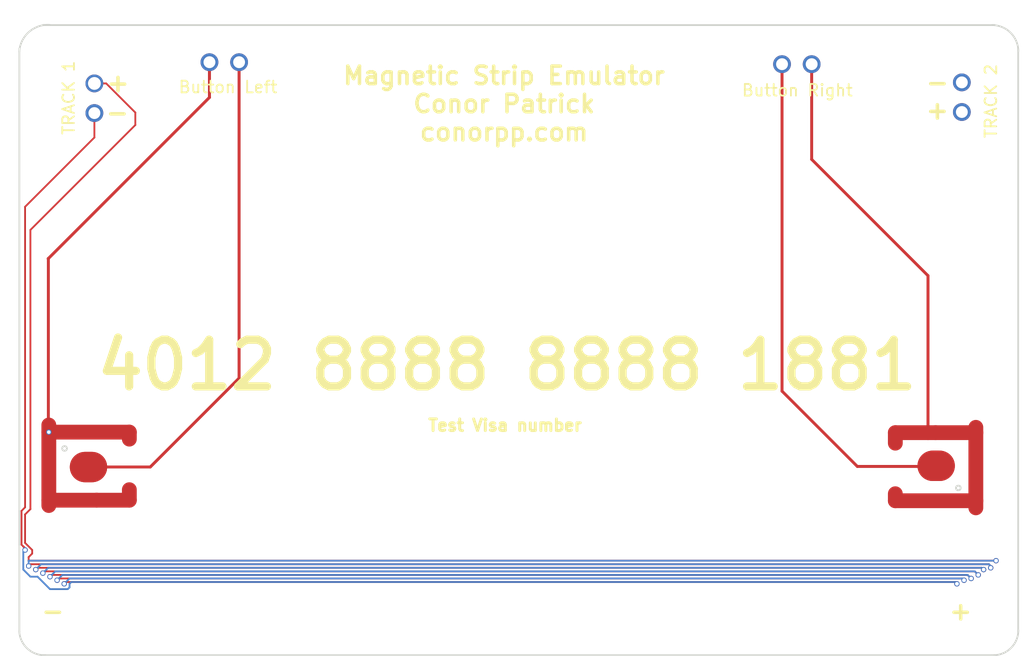
<source format=kicad_pcb>

(kicad_pcb
  (version 4)
  (host pcbnew 4.0.4+e1-6308~48~ubuntu14.04.1-stable)
  (general
    (links 0)
    (no_connects 0)
    (area 78.469999 61.703 166.357 118.080001)
    (thickness 1.6)
    (drawings 30)
    (tracks 209)
    (zones 0)
    (modules 4)
    (nets 9))
  (page A4)
  (layers
    (0 F.Cu signal)
    (31 B.Cu signal)
    (32 B.Adhes user)
    (33 F.Adhes user)
    (34 B.Paste user)
    (35 F.Paste user)
    (36 B.SilkS user)
    (37 F.SilkS user)
    (38 B.Mask user)
    (39 F.Mask user)
    (40 Dwgs.User user)
    (41 Cmts.User user)
    (42 Eco1.User user)
    (43 Eco2.User user)
    (44 Edge.Cuts user)
    (45 Margin user)
    (46 B.CrtYd user)
    (47 F.CrtYd user)
    (48 B.Fab user)
    (49 F.Fab user))
  (setup
    (last_trace_width 0.1524)
    (user_trace_width 0.1524)
    (user_trace_width 0.254)
    (user_trace_width 0.76)
    (user_trace_width 1.27)
    (user_trace_width 1.7)
    (user_trace_width 2.6)
    (trace_clearance 0.127)
    (zone_clearance 0.508)
    (zone_45_only no)
    (trace_min 0.1)
    (segment_width 0.2)
    (edge_width 0.15)
    (via_size 0.6)
    (via_drill 0.4)
    (via_min_size 0.255)
    (via_min_drill 0.254)
    (user_via 0.381 0.254)
    (user_via 0.381 0.254)
    (user_via 0.4572 0.3048)
    (uvia_size 0.3)
    (uvia_drill 0.1)
    (uvias_allowed no)
    (uvia_min_size 0.1)
    (uvia_min_drill 0.1)
    (pcb_text_width 0.3)
    (pcb_text_size 1.5 1.5)
    (mod_edge_width 0.15)
    (mod_text_size 1 1)
    (mod_text_width 0.15)
    (pad_size 1.524 1.524)
    (pad_drill 1.02)
    (pad_to_mask_clearance 0.2)
    (aux_axis_origin 0 0)
    (visible_elements 7FFFFFFF)
    (pcbplotparams
      (layerselection 0x010f0_80000001)
      (usegerberextensions false)
      (excludeedgelayer true)
      (linewidth 0.1)
      (plotframeref false)
      (viasonmask false)
      (mode 1)
      (useauxorigin false)
      (hpglpennumber 1)
      (hpglpenspeed 20)
      (hpglpendiameter 15)
      (hpglpenoverlay 2)
      (psnegative false)
      (psa4output false)
      (plotreference true)
      (plotvalue true)
      (plotinvisibletext false)
      (padsonsilk false)
      (subtractmaskfromsilk false)
      (outputformat 1)
      (mirror false)
      (drillshape 0)
      (scaleselection 1)
      (outputdirectory "")))
  (net 0 "")
  (net 1 1)
  (net 2 -1)
  (net 3 2)
  (net 4 -2)
  (net 5 Buttonleft1)
  (net 6 Buttonleft2)
  (net 7 buttonright1)
  (net 8 buttonright2)
  (net_class Default "This is the default net class."
    (clearance 0.127)
    (trace_width 0.25)
    (via_dia 0.6)
    (via_drill 0.4)
    (uvia_dia 0.3)
    (uvia_drill 0.1)
    (add_net 1)
    (add_net 2)
    (add_net -1)
    (add_net -2)
    (add_net Buttonleft1)
    (add_net Buttonleft2)
    (add_net buttonright1)
    (add_net buttonright2))
  (module footprints:2pin-header
    (layer F.Cu)
    (tedit 57EA2F9F)
    (tstamp 57D70FF5)
    (at 81.48 68.98 90)
    (path /57D70C88)
    (fp_text reference "TRACK 1"
      (at -1.2256 2.87344 90)
      (layer F.SilkS)
      (effects
        (font
          (size 1 1)
          (thickness 0.15))))
    (fp_text value 2pin-header
      (at 0.05456 0.496 90)
      (layer F.Fab)
      (effects
        (font
          (size 1 1)
          (thickness 0.15))))
    (pad 2 thru_hole circle
      (at 0 5.08 90)
      (size 1.524 1.524)
      (drill 1.1)
      (layers *.Cu *.Mask)
      (net 1 1))
    (pad 1 thru_hole circle
      (at -2.54 5.08 90)
      (size 1.524 1.524)
      (drill 1.02)
      (layers *.Cu *.Mask)
      (net 2 -1)))
  (module footprints:2pin-header
    (layer F.Cu)
    (tedit 57EA2F7D)
    (tstamp 57D70FFB)
    (at 165.98 71.43 270)
    (path /57D70CCD)
    (fp_text reference "TRACK 2"
      (at -0.94016 2.58544 270)
      (layer F.SilkS)
      (effects
        (font
          (size 1 1)
          (thickness 0.15))))
    (fp_text value 2pin-header
      (at -1.85456 10.81504 270)
      (layer F.Fab)
      (effects
        (font
          (size 1 1)
          (thickness 0.15))))
    (pad 2 thru_hole circle
      (at 0 5.08 270)
      (size 1.524 1.524)
      (drill 1.02)
      (layers *.Cu *.Mask)
      (net 3 2))
    (pad 1 thru_hole circle
      (at -2.54 5.08 270)
      (size 1.524 1.524)
      (drill 1.02)
      (layers *.Cu *.Mask)
      (net 4 -2)))
  (module footprints:2pin-header
    (layer F.Cu)
    (tedit 57EA2F99)
    (tstamp 57D89570)
    (at 98.96 62.08)
    (path /57D894F6)
    (fp_text reference "Button Left"
      (at -0.95 7.21)
      (layer F.SilkS)
      (effects
        (font
          (size 1 1)
          (thickness 0.15))))
    (fp_text value 2pin-header
      (at 0 2.54)
      (layer F.Fab)
      (effects
        (font
          (size 1 1)
          (thickness 0.15))))
    (pad 2 thru_hole circle
      (at 0 5.08)
      (size 1.524 1.524)
      (drill 1.02)
      (layers *.Cu *.Mask)
      (net 5 Buttonleft1))
    (pad 1 thru_hole circle
      (at -2.54 5.08)
      (size 1.524 1.524)
      (drill 1.02)
      (layers *.Cu *.Mask)
      (net 6 Buttonleft2)))
  (module footprints:2pin-header
    (layer F.Cu)
    (tedit 57EA2F66)
    (tstamp 57D89576)
    (at 148.03 62.25)
    (path /57D89823)
    (fp_text reference "Button Right"
      (at -1.23 7.32)
      (layer F.SilkS)
      (effects
        (font
          (size 1 1)
          (thickness 0.15))))
    (fp_text value 2pin-header
      (at 0 2.54)
      (layer F.Fab)
      (effects
        (font
          (size 1 1)
          (thickness 0.15))))
    (pad 2 thru_hole circle
      (at 0 5.08)
      (size 1.524 1.524)
      (drill 1.02)
      (layers *.Cu *.Mask)
      (net 7 buttonright1))
    (pad 1 thru_hole circle
      (at -2.54 5.08)
      (size 1.524 1.524)
      (drill 1.02)
      (layers *.Cu *.Mask)
      (net 8 buttonright2)))
  (gr_circle
    (center 84.002 100.2636)
    (end 84.002 100.0636)
    (layer Edge.Cuts)
    (width 0.15)
    (tstamp 57F5B27F))
  (gr_circle
    (center 160.6 103.6476)
    (end 160.6 103.8476)
    (layer Edge.Cuts)
    (width 0.15)
    (tstamp 57EA4BD6))
  (gr_arc
    (start 163.61 115.85)
    (end 165.74 115.82)
    (angle 90)
    (layer Edge.Cuts)
    (width 0.15))
  (gr_arc
    (start 82.28 115.82)
    (end 82.37 117.98)
    (angle 90)
    (layer Edge.Cuts)
    (width 0.15))
  (gr_arc
    (start 82.58 66.42)
    (end 80.12 66.27)
    (angle 90)
    (layer Edge.Cuts)
    (width 0.15))
  (gr_arc
    (start 163.49 66.23)
    (end 163.49 63.98)
    (angle 90)
    (layer Edge.Cuts)
    (width 0.15))
  (gr_text "Test Visa number"
    (at 121.75 98.28)
    (layer F.SilkS)
    (effects
      (font
        (size 1 1)
        (thickness 0.25))))
  (gr_text "4012 8888 8888 1881"
    (at 121.92 93.13)
    (layer F.SilkS)
    (effects
      (font
        (size 4 4)
        (thickness 0.7))))
  (gr_text "Magnetic Strip Emulator\nConor Patrick\nconorpp.com"
    (at 121.67 70.73)
    (layer F.SilkS)
    (effects
      (font
        (size 1.5 1.5)
        (thickness 0.3))))
  (gr_text -
    (at 83 114.2)
    (layer F.SilkS)
    (effects
      (font
        (size 1.5 1.5)
        (thickness 0.3))))
  (gr_text +
    (at 160.8 114.2)
    (layer F.SilkS)
    (effects
      (font
        (size 1.5 1.5)
        (thickness 0.3))))
  (gr_text -
    (at 158.80544 68.89392)
    (layer F.SilkS)
    (effects
      (font
        (size 1.5 1.5)
        (thickness 0.3))))
  (gr_text +
    (at 158.80544 71.27136)
    (layer F.SilkS)
    (effects
      (font
        (size 1.5 1.5)
        (thickness 0.3))))
  (gr_text +
    (at 88.58 68.93)
    (layer F.SilkS)
    (effects
      (font
        (size 1.5 1.5)
        (thickness 0.3))))
  (gr_text -
    (at 88.53 71.48)
    (layer F.SilkS)
    (effects
      (font
        (size 1.5 1.5)
        (thickness 0.3))))
  (gr_line
    (start 164.47 106.71)
    (end 164.47 109.54)
    (angle 90)
    (layer Cmts.User)
    (width 0.2))
  (gr_line
    (start 80.6 106.71)
    (end 164.47 106.71)
    (angle 90)
    (layer Cmts.User)
    (width 0.2))
  (gr_line
    (start 80.6 109.51)
    (end 80.6 106.71)
    (angle 90)
    (layer Cmts.User)
    (width 0.2))
  (gr_line
    (start 80.58 109.51)
    (end 164.48 109.51)
    (angle 90)
    (layer Cmts.User)
    (width 0.2))
  (gr_line
    (start 80.58 112.31)
    (end 80.58 109.51)
    (angle 90)
    (layer Cmts.User)
    (width 0.2))
  (gr_line
    (start 80.57 117.98)
    (end 80.57 117.97)
    (angle 90)
    (layer Cmts.User)
    (width 0.2))
  (gr_line
    (start 164.35 117.98)
    (end 78.57 117.98)
    (angle 90)
    (layer Cmts.User)
    (width 0.2))
  (gr_line
    (start 164.35 112.32)
    (end 164.35 117.98)
    (angle 90)
    (layer Cmts.User)
    (width 0.2))
  (gr_line
    (start 80.58 112.32)
    (end 164.35 112.32)
    (angle 90)
    (layer Cmts.User)
    (width 0.2))
  (gr_line
    (start 80.58 116.98)
    (end 80.58 112.32)
    (angle 90)
    (layer Cmts.User)
    (width 0.2))
  (gr_line
    (start 80.58 117.98)
    (end 80.58 116.98)
    (angle 90)
    (layer Cmts.User)
    (width 0.2))
  (gr_line
    (start 80.13 115.98)
    (end 80.13 65.98)
    (angle 90)
    (layer Edge.Cuts)
    (width 0.15))
  (gr_line
    (start 163.73 117.98)
    (end 82.13 117.98)
    (angle 90)
    (layer Edge.Cuts)
    (width 0.15))
  (gr_line
    (start 165.73 65.98)
    (end 165.73 115.98)
    (angle 90)
    (layer Edge.Cuts)
    (width 0.15))
  (gr_line
    (start 82.13 63.98)
    (end 163.73 63.98)
    (angle 90)
    (layer Edge.Cuts)
    (width 0.15))
  (segment
    (start 81.0768 105.4608)
    (end 81.0768 81.534)
    (width 0.1524)
    (layer F.Cu)
    (net 1))
  (segment
    (start 81.2292 108.966)
    (end 80.6196 108.3564)
    (width 0.1524)
    (layer F.Cu)
    (net 1)
    (tstamp 57F5B5C0))
  (segment
    (start 80.6196 108.3564)
    (end 80.6196 105.918)
    (width 0.1524)
    (layer F.Cu)
    (net 1)
    (tstamp 57F5B5C1))
  (segment
    (start 80.6196 105.918)
    (end 81.0768 105.4608)
    (width 0.1524)
    (layer F.Cu)
    (net 1)
    (tstamp 57F5B5C3))
  (segment
    (start 87.5728 68.98)
    (end 86.56 68.98)
    (width 0.1524)
    (layer F.Cu)
    (net 1)
    (tstamp 57F5B61B))
  (segment
    (start 90.0684 71.4756)
    (end 87.5728 68.98)
    (width 0.1524)
    (layer F.Cu)
    (net 1)
    (tstamp 57F5B619))
  (segment
    (start 90.0684 72.5424)
    (end 90.0684 71.4756)
    (width 0.1524)
    (layer F.Cu)
    (net 1)
    (tstamp 57F5B617))
  (segment
    (start 81.0768 81.534)
    (end 90.0684 72.5424)
    (width 0.1524)
    (layer F.Cu)
    (net 1)
    (tstamp 57F5B612))
  (segment
    (start 80.6196 105.3084)
    (end 80.6196 79.5528)
    (width 0.1524)
    (layer F.Cu)
    (net 2))
  (segment
    (start 80.4672 108.6612)
    (end 80.3148 108.5088)
    (width 0.1524)
    (layer F.Cu)
    (net 2)
    (tstamp 57F5B5BB))
  (segment
    (start 80.3148 108.5088)
    (end 80.3148 105.6132)
    (width 0.1524)
    (layer F.Cu)
    (net 2)
    (tstamp 57F5B5A4))
  (segment
    (start 80.3148 105.6132)
    (end 80.6196 105.3084)
    (width 0.1524)
    (layer F.Cu)
    (net 2)
    (tstamp 57F5B5B3))
  (segment
    (start 86.56 73.6124)
    (end 86.56 71.52)
    (width 0.1524)
    (layer F.Cu)
    (net 2)
    (tstamp 57F5B627))
  (segment
    (start 80.6196 79.5528)
    (end 86.56 73.6124)
    (width 0.1524)
    (layer F.Cu)
    (net 2)
    (tstamp 57F5B624))
  (segment
    (start 80.9244 109.5756)
    (end 81.2292 109.2708)
    (width 0.1524)
    (layer F.Cu)
    (net 2)
    (tstamp 57F5B51C))
  (segment
    (start 80.9244 109.8804)
    (end 163.83 109.8804)
    (width 0.1524)
    (layer F.Cu)
    (net 2)
    (tstamp 57F5B51B))
  (segment
    (start 163.3728 110.3376)
    (end 163.2204 110.1852)
    (width 0.1524)
    (layer F.Cu)
    (net 2)
    (tstamp 57F5B51A))
  (segment
    (start 81.0768 110.1852)
    (end 163.2204 110.1852)
    (width 0.1524)
    (layer F.Cu)
    (net 2)
    (tstamp 57F5B519))
  (segment
    (start 80.9244 110.3376)
    (end 81.0768 110.1852)
    (width 0.1524)
    (layer F.Cu)
    (net 2)
    (tstamp 57F5B518))
  (segment
    (start 80.9244 109.8804)
    (end 80.9244 110.3376)
    (width 0.1524)
    (layer B.Cu)
    (net 2)
    (tstamp 57F5B516))
  (segment
    (start 163.83 109.8804)
    (end 80.9244 109.8804)
    (width 0.1524)
    (layer B.Cu)
    (net 2)
    (tstamp 57F5B515))
  (segment
    (start 80.9244 109.8804)
    (end 80.9244 109.5756)
    (width 0.1524)
    (layer F.Cu)
    (net 2)
    (tstamp 57F5B513))
  (segment
    (start 81.2292 109.2708)
    (end 81.2292 108.966)
    (width 0.1524)
    (layer F.Cu)
    (net 2))
  (segment
    (start 80.6196 108.966)
    (end 80.6196 108.8136)
    (width 0.1524)
    (layer F.Cu)
    (net 2))
  (segment
    (start 80.6196 108.8136)
    (end 80.4672 108.6612)
    (width 0.1524)
    (layer F.Cu)
    (net 2)
    (tstamp 57F5B5BD))
  (segment
    (start 80.6196 108.8136)
    (end 80.4672 108.6612)
    (width 0.1524)
    (layer F.Cu)
    (net 2)
    (tstamp 57F5B5B8))
  (segment
    (start 80.4672 109.1184)
    (end 80.6196 108.966)
    (width 0.1524)
    (layer B.Cu)
    (net 2)
    (tstamp 57F5B552))
  (segment
    (start 80.4672 110.6424)
    (end 80.4672 109.1184)
    (width 0.1524)
    (layer B.Cu)
    (net 2)
    (tstamp 57F5B551))
  (segment
    (start 81.0768 111.252)
    (end 80.4672 110.6424)
    (width 0.1524)
    (layer B.Cu)
    (net 2)
    (tstamp 57F5B550))
  (segment
    (start 81.6864 111.252)
    (end 81.0768 111.252)
    (width 0.1524)
    (layer B.Cu)
    (net 2)
    (tstamp 57F5B54F))
  (segment
    (start 82.7532 112.3188)
    (end 81.6864 111.252)
    (width 0.1524)
    (layer B.Cu)
    (net 2)
    (tstamp 57F5B54E))
  (segment
    (start 84.2772 112.3188)
    (end 82.7532 112.3188)
    (width 0.1524)
    (layer B.Cu)
    (net 2)
    (tstamp 57F5B54D))
  (segment
    (start 84.4296 112.1664)
    (end 84.2772 112.3188)
    (width 0.1524)
    (layer B.Cu)
    (net 2)
    (tstamp 57F5B54C))
  (segment
    (start 84.4296 111.8616)
    (end 84.4296 112.1664)
    (width 0.1524)
    (layer B.Cu)
    (net 2)
    (tstamp 57F5B54B))
  (segment
    (start 84.582 111.7092)
    (end 84.4296 111.8616)
    (width 0.1524)
    (layer B.Cu)
    (net 2)
    (tstamp 57F5B54A))
  (segment
    (start 160.3248 111.7092)
    (end 84.582 111.7092)
    (width 0.1524)
    (layer B.Cu)
    (net 2)
    (tstamp 57F5B549))
  (segment
    (start 80.6196 108.8136)
    (end 80.4672 108.6612)
    (width 0.1524)
    (layer F.Cu)
    (net 2)
    (tstamp 57F5B5A2))
  (segment
    (start 160.4772 111.8616)
    (end 160.3248 111.7092)
    (width 0.1524)
    (layer B.Cu)
    (net 2)
    (tstamp 57F5B548))
  (segment
    (start 160.3248 111.7092)
    (end 160.4772 111.8616)
    (width 0.1524)
    (layer F.Cu)
    (net 2)
    (tstamp 57F5B546))
  (segment
    (start 84.1248 111.7092)
    (end 160.3248 111.7092)
    (width 0.1524)
    (layer F.Cu)
    (net 2)
    (tstamp 57F5B545))
  (segment
    (start 83.9724 111.8616)
    (end 84.1248 111.7092)
    (width 0.1524)
    (layer F.Cu)
    (net 2)
    (tstamp 57F5B544))
  (segment
    (start 84.4296 111.4044)
    (end 83.9724 111.8616)
    (width 0.1524)
    (layer B.Cu)
    (net 2)
    (tstamp 57F5B542))
  (segment
    (start 160.9344 111.4044)
    (end 84.4296 111.4044)
    (width 0.1524)
    (layer B.Cu)
    (net 2)
    (tstamp 57F5B541))
  (segment
    (start 161.0868 111.5568)
    (end 160.9344 111.4044)
    (width 0.1524)
    (layer B.Cu)
    (net 2)
    (tstamp 57F5B540))
  (segment
    (start 160.9344 111.4044)
    (end 161.0868 111.5568)
    (width 0.1524)
    (layer F.Cu)
    (net 2)
    (tstamp 57F5B53E))
  (segment
    (start 83.5152 111.4044)
    (end 160.9344 111.4044)
    (width 0.1524)
    (layer F.Cu)
    (net 2)
    (tstamp 57F5B53D))
  (segment
    (start 83.3628 111.5568)
    (end 83.5152 111.4044)
    (width 0.1524)
    (layer F.Cu)
    (net 2)
    (tstamp 57F5B53C))
  (segment
    (start 83.82 111.0996)
    (end 83.3628 111.5568)
    (width 0.1524)
    (layer B.Cu)
    (net 2)
    (tstamp 57F5B53A))
  (segment
    (start 161.3916 111.0996)
    (end 83.82 111.0996)
    (width 0.1524)
    (layer B.Cu)
    (net 2)
    (tstamp 57F5B539))
  (segment
    (start 161.6964 111.4044)
    (end 161.3916 111.0996)
    (width 0.1524)
    (layer B.Cu)
    (net 2)
    (tstamp 57F5B538))
  (segment
    (start 161.3916 111.0996)
    (end 161.6964 111.4044)
    (width 0.1524)
    (layer F.Cu)
    (net 2)
    (tstamp 57F5B536))
  (segment
    (start 82.9056 111.0996)
    (end 161.3916 111.0996)
    (width 0.1524)
    (layer F.Cu)
    (net 2)
    (tstamp 57F5B535))
  (segment
    (start 82.7532 111.252)
    (end 82.9056 111.0996)
    (width 0.1524)
    (layer F.Cu)
    (net 2)
    (tstamp 57F5B534))
  (segment
    (start 83.2104 110.7948)
    (end 82.7532 111.252)
    (width 0.1524)
    (layer B.Cu)
    (net 2)
    (tstamp 57F5B532))
  (segment
    (start 162.0012 110.7948)
    (end 83.2104 110.7948)
    (width 0.1524)
    (layer B.Cu)
    (net 2)
    (tstamp 57F5B531))
  (segment
    (start 162.306 111.0996)
    (end 162.0012 110.7948)
    (width 0.1524)
    (layer B.Cu)
    (net 2)
    (tstamp 57F5B530))
  (segment
    (start 162.0012 110.7948)
    (end 162.306 111.0996)
    (width 0.1524)
    (layer F.Cu)
    (net 2)
    (tstamp 57F5B52E))
  (segment
    (start 82.296 110.7948)
    (end 162.0012 110.7948)
    (width 0.1524)
    (layer F.Cu)
    (net 2)
    (tstamp 57F5B52D))
  (segment
    (start 82.1436 110.9472)
    (end 82.296 110.7948)
    (width 0.1524)
    (layer F.Cu)
    (net 2)
    (tstamp 57F5B52C))
  (segment
    (start 82.6008 110.49)
    (end 82.1436 110.9472)
    (width 0.1524)
    (layer B.Cu)
    (net 2)
    (tstamp 57F5B52A))
  (segment
    (start 162.6108 110.49)
    (end 82.6008 110.49)
    (width 0.1524)
    (layer B.Cu)
    (net 2)
    (tstamp 57F5B529))
  (segment
    (start 162.7632 110.6424)
    (end 162.6108 110.49)
    (width 0.1524)
    (layer B.Cu)
    (net 2)
    (tstamp 57F5B528))
  (segment
    (start 162.6108 110.49)
    (end 162.7632 110.6424)
    (width 0.1524)
    (layer F.Cu)
    (net 2)
    (tstamp 57F5B526))
  (segment
    (start 81.6864 110.49)
    (end 162.6108 110.49)
    (width 0.1524)
    (layer F.Cu)
    (net 2)
    (tstamp 57F5B525))
  (segment
    (start 81.534 110.6424)
    (end 81.6864 110.49)
    (width 0.1524)
    (layer F.Cu)
    (net 2)
    (tstamp 57F5B524))
  (segment
    (start 81.9912 110.1852)
    (end 81.534 110.6424)
    (width 0.1524)
    (layer B.Cu)
    (net 2)
    (tstamp 57F5B522))
  (segment
    (start 163.2204 110.1852)
    (end 81.9912 110.1852)
    (width 0.1524)
    (layer B.Cu)
    (net 2)
    (tstamp 57F5B521))
  (segment
    (start 163.3728 110.3376)
    (end 163.2204 110.1852)
    (width 0.1524)
    (layer B.Cu)
    (net 2)
    (tstamp 57F5B520))
  (segment
    (start 163.3728 110.49)
    (end 163.3728 110.3376)
    (width 0.1524)
    (layer B.Cu)
    (net 2)
    (tstamp 57F5B51F))
  (segment
    (start 163.3728 110.3376)
    (end 163.3728 110.49)
    (width 0.1524)
    (layer F.Cu)
    (net 2)
    (tstamp 57F5B51D))
  (segment
    (start 160.7 71.48)
    (end 160.63424 71.54576)
    (width 0.1)
    (layer B.Cu)
    (net 3)
    (tstamp 57D7333F))
  (segment
    (start 86.3544 101.8564)
    (end 85.7544 101.8564)
    (width 2.6)
    (layer F.Cu)
    (net 5)
    (tstamp 57F5B27E))
  (segment
    (start 85.7544 101.8564)
    (end 86.3544 101.8564)
    (width 2.6)
    (layer F.Cu)
    (net 5)
    (tstamp 57F5B27D))
  (segment
    (start 91.35 101.85)
    (end 86.3608 101.85)
    (width 0.25)
    (layer F.Cu)
    (net 5))
  (segment
    (start 91.35 101.85)
    (end 98.96 94.24)
    (width 0.254)
    (layer F.Cu)
    (net 5)
    (tstamp 57EA4EA0))
  (segment
    (start 98.96 67.16)
    (end 98.96 94.24)
    (width 0.254)
    (layer F.Cu)
    (net 5)
    (tstamp 57EA4EA5))
  (segment
    (start 86.3608 101.85)
    (end 86.3544 101.8564)
    (width 0.25)
    (layer F.Cu)
    (net 5)
    (tstamp 57F5B33E))
  (segment
    (start 89.5544 98.8636)
    (end 89.5544 99.4636)
    (width 1.27)
    (layer F.Cu)
    (net 6)
    (tstamp 57F5B27B))
  (segment
    (start 89.5544 104.6968)
    (end 86.7544 104.6968)
    (width 1.27)
    (layer F.Cu)
    (net 6)
    (tstamp 57F5B27A))
  (segment
    (start 89.5544 98.8636)
    (end 82.6544 98.8636)
    (width 1.27)
    (layer F.Cu)
    (net 6)
    (tstamp 57F5B279))
  (segment
    (start 89.5544 104.6968)
    (end 89.5544 103.7968)
    (width 1.27)
    (layer F.Cu)
    (net 6)
    (tstamp 57F5B278))
  (segment
    (start 86.7544 104.6968)
    (end 82.6544 104.6968)
    (width 1.27)
    (layer F.Cu)
    (net 6)
    (tstamp 57F5B277))
  (segment
    (start 82.6544 105.154)
    (end 82.6544 98.254)
    (width 1.27)
    (layer F.Cu)
    (net 6)
    (tstamp 57F5B276))
  (segment
    (start 82.6142 83.9858)
    (end 82.6142 98.8234)
    (width 0.25)
    (layer F.Cu)
    (net 6))
  (segment
    (start 82.6142 98.8234)
    (end 82.6544 98.8636)
    (width 0.25)
    (layer F.Cu)
    (net 6)
    (tstamp 57F5B5FF))
  (segment
    (start 82.6104 98.9076)
    (end 82.6008 98.9076)
    (width 0.25)
    (layer B.Cu)
    (net 6)
    (tstamp 57F5B602))
  (segment
    (start 82.6544 98.8636)
    (end 82.6104 98.9076)
    (width 0.25)
    (layer B.Cu)
    (net 6)
    (tstamp 57F5B601))
  (segment
    (start 96.42 70.18)
    (end 96.42 67.16)
    (width 0.254)
    (layer F.Cu)
    (net 6)
    (tstamp 57EA4EB5))
  (segment
    (start 82.6 84)
    (end 82.6142 83.9858)
    (width 0.254)
    (layer F.Cu)
    (net 6)
    (tstamp 57EA4EB3))
  (segment
    (start 82.6142 83.9858)
    (end 96.42 70.18)
    (width 0.254)
    (layer F.Cu)
    (net 6)
    (tstamp 57F5B5FD))
  (segment
    (start 158 98.9096)
    (end 158 85.4576)
    (width 0.25)
    (layer F.Cu)
    (net 7))
  (segment
    (start 148.03 75.4876)
    (end 148.03 67.33)
    (width 0.25)
    (layer F.Cu)
    (net 7)
    (tstamp 57F5B662)
    (status 800000))
  (segment
    (start 158 85.4576)
    (end 148.03 75.4876)
    (width 0.25)
    (layer F.Cu)
    (net 7)
    (tstamp 57F5B65F))
  (segment
    (start 162.1 98.4524)
    (end 162.1 105.3524)
    (width 1.27)
    (layer F.Cu)
    (net 7)
    (tstamp 57EA4BD4))
  (segment
    (start 158 98.9096)
    (end 158.6484 98.9096)
    (width 1.27)
    (layer F.Cu)
    (net 7)
    (tstamp 57EA4EC7))
  (segment
    (start 158.6484 98.9096)
    (end 162.1 98.9096)
    (width 1.27)
    (layer F.Cu)
    (net 7)
    (tstamp 57F5B4AE))
  (segment
    (start 155.2 98.9096)
    (end 155.2 99.8096)
    (width 1.27)
    (layer F.Cu)
    (net 7)
    (tstamp 57EA4BD5))
  (segment
    (start 155.2 104.7428)
    (end 162.1 104.7428)
    (width 1.27)
    (layer F.Cu)
    (net 7)
    (tstamp 57EA4BD3))
  (segment
    (start 155.2 98.9096)
    (end 158 98.9096)
    (width 1.27)
    (layer F.Cu)
    (net 7)
    (tstamp 57EA4BD2))
  (segment
    (start 155.2 104.7428)
    (end 155.2 104.1428)
    (width 1.27)
    (layer F.Cu)
    (net 7)
    (tstamp 57EA4BD1))
  (segment
    (start 158.6484 98.9076)
    (end 158.6484 98.9096)
    (width 0.25)
    (layer F.Cu)
    (net 7)
    (tstamp 57F5B4AA))
  (segment
    (start 158.6484 98.9096)
    (end 158.6484 98.9076)
    (width 0.25)
    (layer F.Cu)
    (net 7)
    (tstamp 57F5B4AB))
  (segment
    (start 158.6484 98.9076)
    (end 158.6484 98.9096)
    (width 0.25)
    (layer F.Cu)
    (net 7)
    (tstamp 57F5B4AD))
  (segment
    (start 145.49 67.33)
    (end 145.49 95.3504)
    (width 0.25)
    (layer F.Cu)
    (net 8)
    (status 400000))
  (segment
    (start 158.6484 101.8032)
    (end 158.6484 101.75)
    (width 0.25)
    (layer F.Cu)
    (net 8)
    (tstamp 57F5B66B))
  (segment
    (start 151.9428 101.8032)
    (end 158.6484 101.8032)
    (width 0.25)
    (layer F.Cu)
    (net 8)
    (tstamp 57F5B668))
  (segment
    (start 145.49 95.3504)
    (end 151.9428 101.8032)
    (width 0.25)
    (layer F.Cu)
    (net 8)
    (tstamp 57F5B666))
  (segment
    (start 159 101.75)
    (end 158.6484 101.75)
    (width 2.6)
    (layer F.Cu)
    (net 8)
    (tstamp 57EA4BD0))
  (segment
    (start 158.6484 101.75)
    (end 158.4 101.75)
    (width 2.6)
    (layer F.Cu)
    (net 8)
    (tstamp 57F5B66C))
  (segment
    (start 158.4 101.75)
    (end 159 101.75)
    (width 2.6)
    (layer F.Cu)
    (net 8)
    (tstamp 57EA4BCF))
  (via
    (at 80.9244 110.3376)
    (size 0.4572)
    (drill 0.3048)
    (layers F.Cu B.Cu)
    (net 2)
    (tstamp 57F5B517))
  (via
    (at 163.83 109.8804)
    (size 0.4572)
    (drill 0.3048)
    (layers F.Cu B.Cu)
    (net 2)
    (tstamp 57F5B514))
  (via
    (at 80.6196 108.966)
    (size 0.4572)
    (drill 0.3048)
    (layers F.Cu B.Cu)
    (net 2)
    (tstamp 57F5B553))
  (via
    (at 160.4772 111.8616)
    (size 0.4572)
    (drill 0.3048)
    (layers F.Cu B.Cu)
    (net 2)
    (tstamp 57F5B547))
  (via
    (at 83.9724 111.8616)
    (size 0.4572)
    (drill 0.3048)
    (layers F.Cu B.Cu)
    (net 2)
    (tstamp 57F5B543))
  (via
    (at 161.0868 111.5568)
    (size 0.4572)
    (drill 0.3048)
    (layers F.Cu B.Cu)
    (net 2)
    (tstamp 57F5B53F))
  (via
    (at 83.3628 111.5568)
    (size 0.4572)
    (drill 0.3048)
    (layers F.Cu B.Cu)
    (net 2)
    (tstamp 57F5B53B))
  (via
    (at 161.6964 111.4044)
    (size 0.4572)
    (drill 0.3048)
    (layers F.Cu B.Cu)
    (net 2)
    (tstamp 57F5B537))
  (via
    (at 82.7532 111.252)
    (size 0.4572)
    (drill 0.3048)
    (layers F.Cu B.Cu)
    (net 2)
    (tstamp 57F5B533))
  (via
    (at 162.306 111.0996)
    (size 0.4572)
    (drill 0.3048)
    (layers F.Cu B.Cu)
    (net 2)
    (tstamp 57F5B52F))
  (via
    (at 82.1436 110.9472)
    (size 0.4572)
    (drill 0.3048)
    (layers F.Cu B.Cu)
    (net 2)
    (tstamp 57F5B52B))
  (via
    (at 162.7632 110.6424)
    (size 0.4572)
    (drill 0.3048)
    (layers F.Cu B.Cu)
    (net 2)
    (tstamp 57F5B527))
  (via
    (at 81.534 110.6424)
    (size 0.4572)
    (drill 0.3048)
    (layers F.Cu B.Cu)
    (net 2)
    (tstamp 57F5B523))
  (via
    (at 163.3728 110.49)
    (size 0.4572)
    (drill 0.3048)
    (layers F.Cu B.Cu)
    (net 2)
    (tstamp 57F5B51E))
  (via
    (at 160.7 71.48)
    (size 0.11)
    (drill 0.1)
    (layers F.Cu B.Cu)
    (net 3))
  (via
    (at 82.6544 98.8636)
    (size 0.4572)
    (drill 0.3048)
    (layers F.Cu B.Cu)
    (net 6)))
</source>
